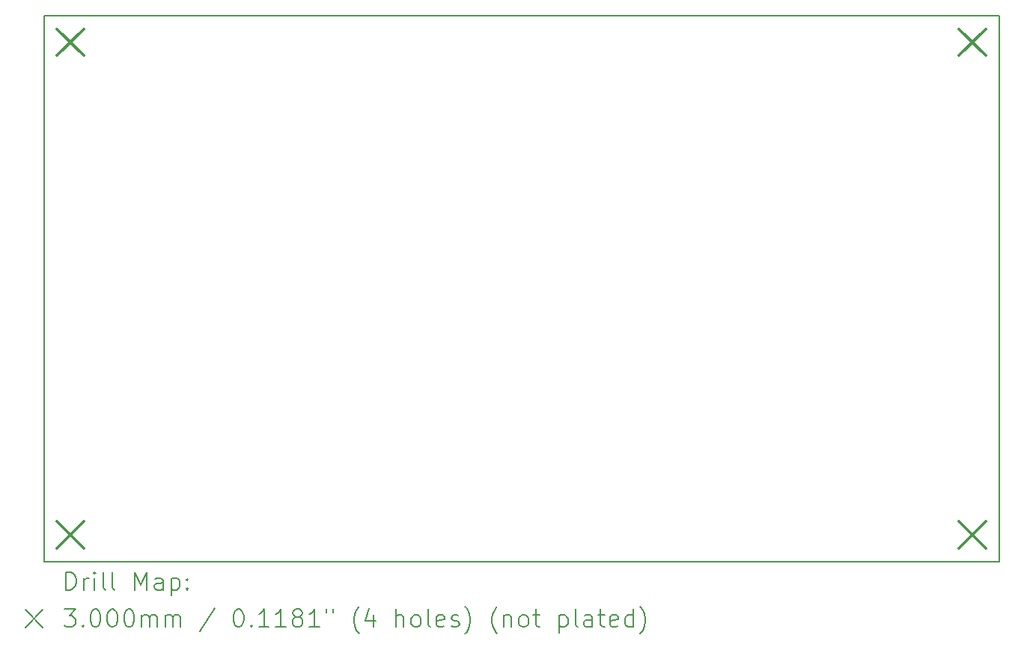
<source format=gbr>
%TF.GenerationSoftware,KiCad,Pcbnew,7.0.7*%
%TF.CreationDate,2023-12-18T21:45:11-05:00*%
%TF.ProjectId,central_hub,63656e74-7261-46c5-9f68-75622e6b6963,rev?*%
%TF.SameCoordinates,Original*%
%TF.FileFunction,Drillmap*%
%TF.FilePolarity,Positive*%
%FSLAX45Y45*%
G04 Gerber Fmt 4.5, Leading zero omitted, Abs format (unit mm)*
G04 Created by KiCad (PCBNEW 7.0.7) date 2023-12-18 21:45:11*
%MOMM*%
%LPD*%
G01*
G04 APERTURE LIST*
%ADD10C,0.200000*%
%ADD11C,0.300000*%
G04 APERTURE END LIST*
D10*
X5850317Y-4040721D02*
X16654317Y-4040721D01*
X16654317Y-10214721D01*
X5850317Y-10214721D01*
X5850317Y-4040721D01*
D11*
X6000317Y-4190721D02*
X6300317Y-4490721D01*
X6300317Y-4190721D02*
X6000317Y-4490721D01*
X6000317Y-9764721D02*
X6300317Y-10064721D01*
X6300317Y-9764721D02*
X6000317Y-10064721D01*
X16204317Y-4190721D02*
X16504317Y-4490721D01*
X16504317Y-4190721D02*
X16204317Y-4490721D01*
X16204317Y-9764721D02*
X16504317Y-10064721D01*
X16504317Y-9764721D02*
X16204317Y-10064721D01*
D10*
X6101093Y-10536204D02*
X6101093Y-10336204D01*
X6101093Y-10336204D02*
X6148712Y-10336204D01*
X6148712Y-10336204D02*
X6177284Y-10345728D01*
X6177284Y-10345728D02*
X6196332Y-10364776D01*
X6196332Y-10364776D02*
X6205855Y-10383823D01*
X6205855Y-10383823D02*
X6215379Y-10421919D01*
X6215379Y-10421919D02*
X6215379Y-10450490D01*
X6215379Y-10450490D02*
X6205855Y-10488585D01*
X6205855Y-10488585D02*
X6196332Y-10507633D01*
X6196332Y-10507633D02*
X6177284Y-10526681D01*
X6177284Y-10526681D02*
X6148712Y-10536204D01*
X6148712Y-10536204D02*
X6101093Y-10536204D01*
X6301093Y-10536204D02*
X6301093Y-10402871D01*
X6301093Y-10440966D02*
X6310617Y-10421919D01*
X6310617Y-10421919D02*
X6320141Y-10412395D01*
X6320141Y-10412395D02*
X6339189Y-10402871D01*
X6339189Y-10402871D02*
X6358236Y-10402871D01*
X6424903Y-10536204D02*
X6424903Y-10402871D01*
X6424903Y-10336204D02*
X6415379Y-10345728D01*
X6415379Y-10345728D02*
X6424903Y-10355252D01*
X6424903Y-10355252D02*
X6434427Y-10345728D01*
X6434427Y-10345728D02*
X6424903Y-10336204D01*
X6424903Y-10336204D02*
X6424903Y-10355252D01*
X6548712Y-10536204D02*
X6529665Y-10526681D01*
X6529665Y-10526681D02*
X6520141Y-10507633D01*
X6520141Y-10507633D02*
X6520141Y-10336204D01*
X6653474Y-10536204D02*
X6634427Y-10526681D01*
X6634427Y-10526681D02*
X6624903Y-10507633D01*
X6624903Y-10507633D02*
X6624903Y-10336204D01*
X6882046Y-10536204D02*
X6882046Y-10336204D01*
X6882046Y-10336204D02*
X6948713Y-10479062D01*
X6948713Y-10479062D02*
X7015379Y-10336204D01*
X7015379Y-10336204D02*
X7015379Y-10536204D01*
X7196332Y-10536204D02*
X7196332Y-10431443D01*
X7196332Y-10431443D02*
X7186808Y-10412395D01*
X7186808Y-10412395D02*
X7167760Y-10402871D01*
X7167760Y-10402871D02*
X7129665Y-10402871D01*
X7129665Y-10402871D02*
X7110617Y-10412395D01*
X7196332Y-10526681D02*
X7177284Y-10536204D01*
X7177284Y-10536204D02*
X7129665Y-10536204D01*
X7129665Y-10536204D02*
X7110617Y-10526681D01*
X7110617Y-10526681D02*
X7101093Y-10507633D01*
X7101093Y-10507633D02*
X7101093Y-10488585D01*
X7101093Y-10488585D02*
X7110617Y-10469538D01*
X7110617Y-10469538D02*
X7129665Y-10460014D01*
X7129665Y-10460014D02*
X7177284Y-10460014D01*
X7177284Y-10460014D02*
X7196332Y-10450490D01*
X7291570Y-10402871D02*
X7291570Y-10602871D01*
X7291570Y-10412395D02*
X7310617Y-10402871D01*
X7310617Y-10402871D02*
X7348713Y-10402871D01*
X7348713Y-10402871D02*
X7367760Y-10412395D01*
X7367760Y-10412395D02*
X7377284Y-10421919D01*
X7377284Y-10421919D02*
X7386808Y-10440966D01*
X7386808Y-10440966D02*
X7386808Y-10498109D01*
X7386808Y-10498109D02*
X7377284Y-10517157D01*
X7377284Y-10517157D02*
X7367760Y-10526681D01*
X7367760Y-10526681D02*
X7348713Y-10536204D01*
X7348713Y-10536204D02*
X7310617Y-10536204D01*
X7310617Y-10536204D02*
X7291570Y-10526681D01*
X7472522Y-10517157D02*
X7482046Y-10526681D01*
X7482046Y-10526681D02*
X7472522Y-10536204D01*
X7472522Y-10536204D02*
X7462998Y-10526681D01*
X7462998Y-10526681D02*
X7472522Y-10517157D01*
X7472522Y-10517157D02*
X7472522Y-10536204D01*
X7472522Y-10412395D02*
X7482046Y-10421919D01*
X7482046Y-10421919D02*
X7472522Y-10431443D01*
X7472522Y-10431443D02*
X7462998Y-10421919D01*
X7462998Y-10421919D02*
X7472522Y-10412395D01*
X7472522Y-10412395D02*
X7472522Y-10431443D01*
X5640317Y-10764721D02*
X5840317Y-10964721D01*
X5840317Y-10764721D02*
X5640317Y-10964721D01*
X6082046Y-10756204D02*
X6205855Y-10756204D01*
X6205855Y-10756204D02*
X6139189Y-10832395D01*
X6139189Y-10832395D02*
X6167760Y-10832395D01*
X6167760Y-10832395D02*
X6186808Y-10841919D01*
X6186808Y-10841919D02*
X6196332Y-10851443D01*
X6196332Y-10851443D02*
X6205855Y-10870490D01*
X6205855Y-10870490D02*
X6205855Y-10918109D01*
X6205855Y-10918109D02*
X6196332Y-10937157D01*
X6196332Y-10937157D02*
X6186808Y-10946681D01*
X6186808Y-10946681D02*
X6167760Y-10956204D01*
X6167760Y-10956204D02*
X6110617Y-10956204D01*
X6110617Y-10956204D02*
X6091570Y-10946681D01*
X6091570Y-10946681D02*
X6082046Y-10937157D01*
X6291570Y-10937157D02*
X6301093Y-10946681D01*
X6301093Y-10946681D02*
X6291570Y-10956204D01*
X6291570Y-10956204D02*
X6282046Y-10946681D01*
X6282046Y-10946681D02*
X6291570Y-10937157D01*
X6291570Y-10937157D02*
X6291570Y-10956204D01*
X6424903Y-10756204D02*
X6443951Y-10756204D01*
X6443951Y-10756204D02*
X6462998Y-10765728D01*
X6462998Y-10765728D02*
X6472522Y-10775252D01*
X6472522Y-10775252D02*
X6482046Y-10794300D01*
X6482046Y-10794300D02*
X6491570Y-10832395D01*
X6491570Y-10832395D02*
X6491570Y-10880014D01*
X6491570Y-10880014D02*
X6482046Y-10918109D01*
X6482046Y-10918109D02*
X6472522Y-10937157D01*
X6472522Y-10937157D02*
X6462998Y-10946681D01*
X6462998Y-10946681D02*
X6443951Y-10956204D01*
X6443951Y-10956204D02*
X6424903Y-10956204D01*
X6424903Y-10956204D02*
X6405855Y-10946681D01*
X6405855Y-10946681D02*
X6396332Y-10937157D01*
X6396332Y-10937157D02*
X6386808Y-10918109D01*
X6386808Y-10918109D02*
X6377284Y-10880014D01*
X6377284Y-10880014D02*
X6377284Y-10832395D01*
X6377284Y-10832395D02*
X6386808Y-10794300D01*
X6386808Y-10794300D02*
X6396332Y-10775252D01*
X6396332Y-10775252D02*
X6405855Y-10765728D01*
X6405855Y-10765728D02*
X6424903Y-10756204D01*
X6615379Y-10756204D02*
X6634427Y-10756204D01*
X6634427Y-10756204D02*
X6653474Y-10765728D01*
X6653474Y-10765728D02*
X6662998Y-10775252D01*
X6662998Y-10775252D02*
X6672522Y-10794300D01*
X6672522Y-10794300D02*
X6682046Y-10832395D01*
X6682046Y-10832395D02*
X6682046Y-10880014D01*
X6682046Y-10880014D02*
X6672522Y-10918109D01*
X6672522Y-10918109D02*
X6662998Y-10937157D01*
X6662998Y-10937157D02*
X6653474Y-10946681D01*
X6653474Y-10946681D02*
X6634427Y-10956204D01*
X6634427Y-10956204D02*
X6615379Y-10956204D01*
X6615379Y-10956204D02*
X6596332Y-10946681D01*
X6596332Y-10946681D02*
X6586808Y-10937157D01*
X6586808Y-10937157D02*
X6577284Y-10918109D01*
X6577284Y-10918109D02*
X6567760Y-10880014D01*
X6567760Y-10880014D02*
X6567760Y-10832395D01*
X6567760Y-10832395D02*
X6577284Y-10794300D01*
X6577284Y-10794300D02*
X6586808Y-10775252D01*
X6586808Y-10775252D02*
X6596332Y-10765728D01*
X6596332Y-10765728D02*
X6615379Y-10756204D01*
X6805855Y-10756204D02*
X6824903Y-10756204D01*
X6824903Y-10756204D02*
X6843951Y-10765728D01*
X6843951Y-10765728D02*
X6853474Y-10775252D01*
X6853474Y-10775252D02*
X6862998Y-10794300D01*
X6862998Y-10794300D02*
X6872522Y-10832395D01*
X6872522Y-10832395D02*
X6872522Y-10880014D01*
X6872522Y-10880014D02*
X6862998Y-10918109D01*
X6862998Y-10918109D02*
X6853474Y-10937157D01*
X6853474Y-10937157D02*
X6843951Y-10946681D01*
X6843951Y-10946681D02*
X6824903Y-10956204D01*
X6824903Y-10956204D02*
X6805855Y-10956204D01*
X6805855Y-10956204D02*
X6786808Y-10946681D01*
X6786808Y-10946681D02*
X6777284Y-10937157D01*
X6777284Y-10937157D02*
X6767760Y-10918109D01*
X6767760Y-10918109D02*
X6758236Y-10880014D01*
X6758236Y-10880014D02*
X6758236Y-10832395D01*
X6758236Y-10832395D02*
X6767760Y-10794300D01*
X6767760Y-10794300D02*
X6777284Y-10775252D01*
X6777284Y-10775252D02*
X6786808Y-10765728D01*
X6786808Y-10765728D02*
X6805855Y-10756204D01*
X6958236Y-10956204D02*
X6958236Y-10822871D01*
X6958236Y-10841919D02*
X6967760Y-10832395D01*
X6967760Y-10832395D02*
X6986808Y-10822871D01*
X6986808Y-10822871D02*
X7015379Y-10822871D01*
X7015379Y-10822871D02*
X7034427Y-10832395D01*
X7034427Y-10832395D02*
X7043951Y-10851443D01*
X7043951Y-10851443D02*
X7043951Y-10956204D01*
X7043951Y-10851443D02*
X7053474Y-10832395D01*
X7053474Y-10832395D02*
X7072522Y-10822871D01*
X7072522Y-10822871D02*
X7101093Y-10822871D01*
X7101093Y-10822871D02*
X7120141Y-10832395D01*
X7120141Y-10832395D02*
X7129665Y-10851443D01*
X7129665Y-10851443D02*
X7129665Y-10956204D01*
X7224903Y-10956204D02*
X7224903Y-10822871D01*
X7224903Y-10841919D02*
X7234427Y-10832395D01*
X7234427Y-10832395D02*
X7253474Y-10822871D01*
X7253474Y-10822871D02*
X7282046Y-10822871D01*
X7282046Y-10822871D02*
X7301094Y-10832395D01*
X7301094Y-10832395D02*
X7310617Y-10851443D01*
X7310617Y-10851443D02*
X7310617Y-10956204D01*
X7310617Y-10851443D02*
X7320141Y-10832395D01*
X7320141Y-10832395D02*
X7339189Y-10822871D01*
X7339189Y-10822871D02*
X7367760Y-10822871D01*
X7367760Y-10822871D02*
X7386808Y-10832395D01*
X7386808Y-10832395D02*
X7396332Y-10851443D01*
X7396332Y-10851443D02*
X7396332Y-10956204D01*
X7786808Y-10746681D02*
X7615379Y-11003823D01*
X8043951Y-10756204D02*
X8062998Y-10756204D01*
X8062998Y-10756204D02*
X8082046Y-10765728D01*
X8082046Y-10765728D02*
X8091570Y-10775252D01*
X8091570Y-10775252D02*
X8101094Y-10794300D01*
X8101094Y-10794300D02*
X8110617Y-10832395D01*
X8110617Y-10832395D02*
X8110617Y-10880014D01*
X8110617Y-10880014D02*
X8101094Y-10918109D01*
X8101094Y-10918109D02*
X8091570Y-10937157D01*
X8091570Y-10937157D02*
X8082046Y-10946681D01*
X8082046Y-10946681D02*
X8062998Y-10956204D01*
X8062998Y-10956204D02*
X8043951Y-10956204D01*
X8043951Y-10956204D02*
X8024903Y-10946681D01*
X8024903Y-10946681D02*
X8015379Y-10937157D01*
X8015379Y-10937157D02*
X8005856Y-10918109D01*
X8005856Y-10918109D02*
X7996332Y-10880014D01*
X7996332Y-10880014D02*
X7996332Y-10832395D01*
X7996332Y-10832395D02*
X8005856Y-10794300D01*
X8005856Y-10794300D02*
X8015379Y-10775252D01*
X8015379Y-10775252D02*
X8024903Y-10765728D01*
X8024903Y-10765728D02*
X8043951Y-10756204D01*
X8196332Y-10937157D02*
X8205856Y-10946681D01*
X8205856Y-10946681D02*
X8196332Y-10956204D01*
X8196332Y-10956204D02*
X8186808Y-10946681D01*
X8186808Y-10946681D02*
X8196332Y-10937157D01*
X8196332Y-10937157D02*
X8196332Y-10956204D01*
X8396332Y-10956204D02*
X8282046Y-10956204D01*
X8339189Y-10956204D02*
X8339189Y-10756204D01*
X8339189Y-10756204D02*
X8320141Y-10784776D01*
X8320141Y-10784776D02*
X8301094Y-10803823D01*
X8301094Y-10803823D02*
X8282046Y-10813347D01*
X8586808Y-10956204D02*
X8472522Y-10956204D01*
X8529665Y-10956204D02*
X8529665Y-10756204D01*
X8529665Y-10756204D02*
X8510618Y-10784776D01*
X8510618Y-10784776D02*
X8491570Y-10803823D01*
X8491570Y-10803823D02*
X8472522Y-10813347D01*
X8701094Y-10841919D02*
X8682046Y-10832395D01*
X8682046Y-10832395D02*
X8672522Y-10822871D01*
X8672522Y-10822871D02*
X8662999Y-10803823D01*
X8662999Y-10803823D02*
X8662999Y-10794300D01*
X8662999Y-10794300D02*
X8672522Y-10775252D01*
X8672522Y-10775252D02*
X8682046Y-10765728D01*
X8682046Y-10765728D02*
X8701094Y-10756204D01*
X8701094Y-10756204D02*
X8739189Y-10756204D01*
X8739189Y-10756204D02*
X8758237Y-10765728D01*
X8758237Y-10765728D02*
X8767760Y-10775252D01*
X8767760Y-10775252D02*
X8777284Y-10794300D01*
X8777284Y-10794300D02*
X8777284Y-10803823D01*
X8777284Y-10803823D02*
X8767760Y-10822871D01*
X8767760Y-10822871D02*
X8758237Y-10832395D01*
X8758237Y-10832395D02*
X8739189Y-10841919D01*
X8739189Y-10841919D02*
X8701094Y-10841919D01*
X8701094Y-10841919D02*
X8682046Y-10851443D01*
X8682046Y-10851443D02*
X8672522Y-10860966D01*
X8672522Y-10860966D02*
X8662999Y-10880014D01*
X8662999Y-10880014D02*
X8662999Y-10918109D01*
X8662999Y-10918109D02*
X8672522Y-10937157D01*
X8672522Y-10937157D02*
X8682046Y-10946681D01*
X8682046Y-10946681D02*
X8701094Y-10956204D01*
X8701094Y-10956204D02*
X8739189Y-10956204D01*
X8739189Y-10956204D02*
X8758237Y-10946681D01*
X8758237Y-10946681D02*
X8767760Y-10937157D01*
X8767760Y-10937157D02*
X8777284Y-10918109D01*
X8777284Y-10918109D02*
X8777284Y-10880014D01*
X8777284Y-10880014D02*
X8767760Y-10860966D01*
X8767760Y-10860966D02*
X8758237Y-10851443D01*
X8758237Y-10851443D02*
X8739189Y-10841919D01*
X8967760Y-10956204D02*
X8853475Y-10956204D01*
X8910618Y-10956204D02*
X8910618Y-10756204D01*
X8910618Y-10756204D02*
X8891570Y-10784776D01*
X8891570Y-10784776D02*
X8872522Y-10803823D01*
X8872522Y-10803823D02*
X8853475Y-10813347D01*
X9043951Y-10756204D02*
X9043951Y-10794300D01*
X9120141Y-10756204D02*
X9120141Y-10794300D01*
X9415380Y-11032395D02*
X9405856Y-11022871D01*
X9405856Y-11022871D02*
X9386808Y-10994300D01*
X9386808Y-10994300D02*
X9377284Y-10975252D01*
X9377284Y-10975252D02*
X9367761Y-10946681D01*
X9367761Y-10946681D02*
X9358237Y-10899062D01*
X9358237Y-10899062D02*
X9358237Y-10860966D01*
X9358237Y-10860966D02*
X9367761Y-10813347D01*
X9367761Y-10813347D02*
X9377284Y-10784776D01*
X9377284Y-10784776D02*
X9386808Y-10765728D01*
X9386808Y-10765728D02*
X9405856Y-10737157D01*
X9405856Y-10737157D02*
X9415380Y-10727633D01*
X9577284Y-10822871D02*
X9577284Y-10956204D01*
X9529665Y-10746681D02*
X9482046Y-10889538D01*
X9482046Y-10889538D02*
X9605856Y-10889538D01*
X9834427Y-10956204D02*
X9834427Y-10756204D01*
X9920142Y-10956204D02*
X9920142Y-10851443D01*
X9920142Y-10851443D02*
X9910618Y-10832395D01*
X9910618Y-10832395D02*
X9891570Y-10822871D01*
X9891570Y-10822871D02*
X9862999Y-10822871D01*
X9862999Y-10822871D02*
X9843951Y-10832395D01*
X9843951Y-10832395D02*
X9834427Y-10841919D01*
X10043951Y-10956204D02*
X10024903Y-10946681D01*
X10024903Y-10946681D02*
X10015380Y-10937157D01*
X10015380Y-10937157D02*
X10005856Y-10918109D01*
X10005856Y-10918109D02*
X10005856Y-10860966D01*
X10005856Y-10860966D02*
X10015380Y-10841919D01*
X10015380Y-10841919D02*
X10024903Y-10832395D01*
X10024903Y-10832395D02*
X10043951Y-10822871D01*
X10043951Y-10822871D02*
X10072523Y-10822871D01*
X10072523Y-10822871D02*
X10091570Y-10832395D01*
X10091570Y-10832395D02*
X10101094Y-10841919D01*
X10101094Y-10841919D02*
X10110618Y-10860966D01*
X10110618Y-10860966D02*
X10110618Y-10918109D01*
X10110618Y-10918109D02*
X10101094Y-10937157D01*
X10101094Y-10937157D02*
X10091570Y-10946681D01*
X10091570Y-10946681D02*
X10072523Y-10956204D01*
X10072523Y-10956204D02*
X10043951Y-10956204D01*
X10224903Y-10956204D02*
X10205856Y-10946681D01*
X10205856Y-10946681D02*
X10196332Y-10927633D01*
X10196332Y-10927633D02*
X10196332Y-10756204D01*
X10377284Y-10946681D02*
X10358237Y-10956204D01*
X10358237Y-10956204D02*
X10320142Y-10956204D01*
X10320142Y-10956204D02*
X10301094Y-10946681D01*
X10301094Y-10946681D02*
X10291570Y-10927633D01*
X10291570Y-10927633D02*
X10291570Y-10851443D01*
X10291570Y-10851443D02*
X10301094Y-10832395D01*
X10301094Y-10832395D02*
X10320142Y-10822871D01*
X10320142Y-10822871D02*
X10358237Y-10822871D01*
X10358237Y-10822871D02*
X10377284Y-10832395D01*
X10377284Y-10832395D02*
X10386808Y-10851443D01*
X10386808Y-10851443D02*
X10386808Y-10870490D01*
X10386808Y-10870490D02*
X10291570Y-10889538D01*
X10462999Y-10946681D02*
X10482046Y-10956204D01*
X10482046Y-10956204D02*
X10520142Y-10956204D01*
X10520142Y-10956204D02*
X10539189Y-10946681D01*
X10539189Y-10946681D02*
X10548713Y-10927633D01*
X10548713Y-10927633D02*
X10548713Y-10918109D01*
X10548713Y-10918109D02*
X10539189Y-10899062D01*
X10539189Y-10899062D02*
X10520142Y-10889538D01*
X10520142Y-10889538D02*
X10491570Y-10889538D01*
X10491570Y-10889538D02*
X10472523Y-10880014D01*
X10472523Y-10880014D02*
X10462999Y-10860966D01*
X10462999Y-10860966D02*
X10462999Y-10851443D01*
X10462999Y-10851443D02*
X10472523Y-10832395D01*
X10472523Y-10832395D02*
X10491570Y-10822871D01*
X10491570Y-10822871D02*
X10520142Y-10822871D01*
X10520142Y-10822871D02*
X10539189Y-10832395D01*
X10615380Y-11032395D02*
X10624904Y-11022871D01*
X10624904Y-11022871D02*
X10643951Y-10994300D01*
X10643951Y-10994300D02*
X10653475Y-10975252D01*
X10653475Y-10975252D02*
X10662999Y-10946681D01*
X10662999Y-10946681D02*
X10672523Y-10899062D01*
X10672523Y-10899062D02*
X10672523Y-10860966D01*
X10672523Y-10860966D02*
X10662999Y-10813347D01*
X10662999Y-10813347D02*
X10653475Y-10784776D01*
X10653475Y-10784776D02*
X10643951Y-10765728D01*
X10643951Y-10765728D02*
X10624904Y-10737157D01*
X10624904Y-10737157D02*
X10615380Y-10727633D01*
X10977285Y-11032395D02*
X10967761Y-11022871D01*
X10967761Y-11022871D02*
X10948713Y-10994300D01*
X10948713Y-10994300D02*
X10939189Y-10975252D01*
X10939189Y-10975252D02*
X10929665Y-10946681D01*
X10929665Y-10946681D02*
X10920142Y-10899062D01*
X10920142Y-10899062D02*
X10920142Y-10860966D01*
X10920142Y-10860966D02*
X10929665Y-10813347D01*
X10929665Y-10813347D02*
X10939189Y-10784776D01*
X10939189Y-10784776D02*
X10948713Y-10765728D01*
X10948713Y-10765728D02*
X10967761Y-10737157D01*
X10967761Y-10737157D02*
X10977285Y-10727633D01*
X11053475Y-10822871D02*
X11053475Y-10956204D01*
X11053475Y-10841919D02*
X11062999Y-10832395D01*
X11062999Y-10832395D02*
X11082046Y-10822871D01*
X11082046Y-10822871D02*
X11110618Y-10822871D01*
X11110618Y-10822871D02*
X11129665Y-10832395D01*
X11129665Y-10832395D02*
X11139189Y-10851443D01*
X11139189Y-10851443D02*
X11139189Y-10956204D01*
X11262999Y-10956204D02*
X11243951Y-10946681D01*
X11243951Y-10946681D02*
X11234427Y-10937157D01*
X11234427Y-10937157D02*
X11224903Y-10918109D01*
X11224903Y-10918109D02*
X11224903Y-10860966D01*
X11224903Y-10860966D02*
X11234427Y-10841919D01*
X11234427Y-10841919D02*
X11243951Y-10832395D01*
X11243951Y-10832395D02*
X11262999Y-10822871D01*
X11262999Y-10822871D02*
X11291570Y-10822871D01*
X11291570Y-10822871D02*
X11310618Y-10832395D01*
X11310618Y-10832395D02*
X11320142Y-10841919D01*
X11320142Y-10841919D02*
X11329665Y-10860966D01*
X11329665Y-10860966D02*
X11329665Y-10918109D01*
X11329665Y-10918109D02*
X11320142Y-10937157D01*
X11320142Y-10937157D02*
X11310618Y-10946681D01*
X11310618Y-10946681D02*
X11291570Y-10956204D01*
X11291570Y-10956204D02*
X11262999Y-10956204D01*
X11386808Y-10822871D02*
X11462999Y-10822871D01*
X11415380Y-10756204D02*
X11415380Y-10927633D01*
X11415380Y-10927633D02*
X11424903Y-10946681D01*
X11424903Y-10946681D02*
X11443951Y-10956204D01*
X11443951Y-10956204D02*
X11462999Y-10956204D01*
X11682046Y-10822871D02*
X11682046Y-11022871D01*
X11682046Y-10832395D02*
X11701094Y-10822871D01*
X11701094Y-10822871D02*
X11739189Y-10822871D01*
X11739189Y-10822871D02*
X11758237Y-10832395D01*
X11758237Y-10832395D02*
X11767761Y-10841919D01*
X11767761Y-10841919D02*
X11777284Y-10860966D01*
X11777284Y-10860966D02*
X11777284Y-10918109D01*
X11777284Y-10918109D02*
X11767761Y-10937157D01*
X11767761Y-10937157D02*
X11758237Y-10946681D01*
X11758237Y-10946681D02*
X11739189Y-10956204D01*
X11739189Y-10956204D02*
X11701094Y-10956204D01*
X11701094Y-10956204D02*
X11682046Y-10946681D01*
X11891570Y-10956204D02*
X11872523Y-10946681D01*
X11872523Y-10946681D02*
X11862999Y-10927633D01*
X11862999Y-10927633D02*
X11862999Y-10756204D01*
X12053475Y-10956204D02*
X12053475Y-10851443D01*
X12053475Y-10851443D02*
X12043951Y-10832395D01*
X12043951Y-10832395D02*
X12024904Y-10822871D01*
X12024904Y-10822871D02*
X11986808Y-10822871D01*
X11986808Y-10822871D02*
X11967761Y-10832395D01*
X12053475Y-10946681D02*
X12034427Y-10956204D01*
X12034427Y-10956204D02*
X11986808Y-10956204D01*
X11986808Y-10956204D02*
X11967761Y-10946681D01*
X11967761Y-10946681D02*
X11958237Y-10927633D01*
X11958237Y-10927633D02*
X11958237Y-10908585D01*
X11958237Y-10908585D02*
X11967761Y-10889538D01*
X11967761Y-10889538D02*
X11986808Y-10880014D01*
X11986808Y-10880014D02*
X12034427Y-10880014D01*
X12034427Y-10880014D02*
X12053475Y-10870490D01*
X12120142Y-10822871D02*
X12196332Y-10822871D01*
X12148713Y-10756204D02*
X12148713Y-10927633D01*
X12148713Y-10927633D02*
X12158237Y-10946681D01*
X12158237Y-10946681D02*
X12177284Y-10956204D01*
X12177284Y-10956204D02*
X12196332Y-10956204D01*
X12339189Y-10946681D02*
X12320142Y-10956204D01*
X12320142Y-10956204D02*
X12282046Y-10956204D01*
X12282046Y-10956204D02*
X12262999Y-10946681D01*
X12262999Y-10946681D02*
X12253475Y-10927633D01*
X12253475Y-10927633D02*
X12253475Y-10851443D01*
X12253475Y-10851443D02*
X12262999Y-10832395D01*
X12262999Y-10832395D02*
X12282046Y-10822871D01*
X12282046Y-10822871D02*
X12320142Y-10822871D01*
X12320142Y-10822871D02*
X12339189Y-10832395D01*
X12339189Y-10832395D02*
X12348713Y-10851443D01*
X12348713Y-10851443D02*
X12348713Y-10870490D01*
X12348713Y-10870490D02*
X12253475Y-10889538D01*
X12520142Y-10956204D02*
X12520142Y-10756204D01*
X12520142Y-10946681D02*
X12501094Y-10956204D01*
X12501094Y-10956204D02*
X12462999Y-10956204D01*
X12462999Y-10956204D02*
X12443951Y-10946681D01*
X12443951Y-10946681D02*
X12434427Y-10937157D01*
X12434427Y-10937157D02*
X12424904Y-10918109D01*
X12424904Y-10918109D02*
X12424904Y-10860966D01*
X12424904Y-10860966D02*
X12434427Y-10841919D01*
X12434427Y-10841919D02*
X12443951Y-10832395D01*
X12443951Y-10832395D02*
X12462999Y-10822871D01*
X12462999Y-10822871D02*
X12501094Y-10822871D01*
X12501094Y-10822871D02*
X12520142Y-10832395D01*
X12596332Y-11032395D02*
X12605856Y-11022871D01*
X12605856Y-11022871D02*
X12624904Y-10994300D01*
X12624904Y-10994300D02*
X12634427Y-10975252D01*
X12634427Y-10975252D02*
X12643951Y-10946681D01*
X12643951Y-10946681D02*
X12653475Y-10899062D01*
X12653475Y-10899062D02*
X12653475Y-10860966D01*
X12653475Y-10860966D02*
X12643951Y-10813347D01*
X12643951Y-10813347D02*
X12634427Y-10784776D01*
X12634427Y-10784776D02*
X12624904Y-10765728D01*
X12624904Y-10765728D02*
X12605856Y-10737157D01*
X12605856Y-10737157D02*
X12596332Y-10727633D01*
M02*

</source>
